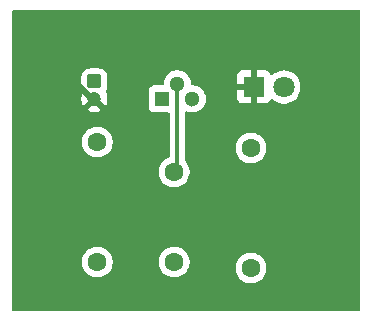
<source format=gbr>
%TF.GenerationSoftware,KiCad,Pcbnew,9.0.4*%
%TF.CreationDate,2025-12-02T16:43:16+05:30*%
%TF.ProjectId,Eg,45672e6b-6963-4616-945f-706362585858,rev?*%
%TF.SameCoordinates,Original*%
%TF.FileFunction,Copper,L2,Bot*%
%TF.FilePolarity,Positive*%
%FSLAX46Y46*%
G04 Gerber Fmt 4.6, Leading zero omitted, Abs format (unit mm)*
G04 Created by KiCad (PCBNEW 9.0.4) date 2025-12-02 16:43:16*
%MOMM*%
%LPD*%
G01*
G04 APERTURE LIST*
G04 Aperture macros list*
%AMRoundRect*
0 Rectangle with rounded corners*
0 $1 Rounding radius*
0 $2 $3 $4 $5 $6 $7 $8 $9 X,Y pos of 4 corners*
0 Add a 4 corners polygon primitive as box body*
4,1,4,$2,$3,$4,$5,$6,$7,$8,$9,$2,$3,0*
0 Add four circle primitives for the rounded corners*
1,1,$1+$1,$2,$3*
1,1,$1+$1,$4,$5*
1,1,$1+$1,$6,$7*
1,1,$1+$1,$8,$9*
0 Add four rect primitives between the rounded corners*
20,1,$1+$1,$2,$3,$4,$5,0*
20,1,$1+$1,$4,$5,$6,$7,0*
20,1,$1+$1,$6,$7,$8,$9,0*
20,1,$1+$1,$8,$9,$2,$3,0*%
G04 Aperture macros list end*
%TA.AperFunction,ComponentPad*%
%ADD10C,1.600000*%
%TD*%
%TA.AperFunction,ComponentPad*%
%ADD11R,1.300000X1.300000*%
%TD*%
%TA.AperFunction,ComponentPad*%
%ADD12C,1.300000*%
%TD*%
%TA.AperFunction,ComponentPad*%
%ADD13R,1.800000X1.800000*%
%TD*%
%TA.AperFunction,ComponentPad*%
%ADD14C,1.800000*%
%TD*%
%TA.AperFunction,ComponentPad*%
%ADD15RoundRect,0.250000X-0.350000X0.350000X-0.350000X-0.350000X0.350000X-0.350000X0.350000X0.350000X0*%
%TD*%
%TA.AperFunction,ComponentPad*%
%ADD16C,1.200000*%
%TD*%
%TA.AperFunction,Conductor*%
%ADD17C,0.300000*%
%TD*%
%TA.AperFunction,Conductor*%
%ADD18C,0.500000*%
%TD*%
G04 APERTURE END LIST*
D10*
%TO.P,R3,1*%
%TO.N,Net-(Q1-B1)*%
X156250000Y-102420000D03*
%TO.P,R3,2*%
%TO.N,Net-(D1-A)*%
X156250000Y-112580000D03*
%TD*%
%TO.P,R2,1*%
%TO.N,+5V*%
X143250000Y-112080000D03*
%TO.P,R2,2*%
%TO.N,Net-(Q1-B2)*%
X143250000Y-101920000D03*
%TD*%
%TO.P,R1,1*%
%TO.N,+5V*%
X149750000Y-112060000D03*
%TO.P,R1,2*%
%TO.N,Net-(Q1-E)*%
X149750000Y-104440000D03*
%TD*%
D11*
%TO.P,Q1,1,B2*%
%TO.N,Net-(Q1-B2)*%
X148750000Y-98250000D03*
D12*
%TO.P,Q1,2,E*%
%TO.N,Net-(Q1-E)*%
X150020000Y-96980000D03*
%TO.P,Q1,3,B1*%
%TO.N,Net-(Q1-B1)*%
X151290000Y-98250000D03*
%TD*%
D13*
%TO.P,D1,1,K*%
%TO.N,GND*%
X156500000Y-97250000D03*
D14*
%TO.P,D1,2,A*%
%TO.N,Net-(D1-A)*%
X159040000Y-97250000D03*
%TD*%
D15*
%TO.P,C1,1*%
%TO.N,Net-(Q1-E)*%
X143000000Y-96777401D03*
D16*
%TO.P,C1,2*%
%TO.N,GND*%
X143000000Y-98277401D03*
%TD*%
D17*
%TO.N,Net-(Q1-E)*%
X150020000Y-104170000D02*
X149750000Y-104440000D01*
X150020000Y-96980000D02*
X150020000Y-104170000D01*
D18*
%TO.N,GND*%
X155750000Y-93250000D02*
X156500000Y-94000000D01*
X141000000Y-93250000D02*
X155750000Y-93250000D01*
X140750000Y-93500000D02*
X141000000Y-93250000D01*
X140750000Y-96225693D02*
X140750000Y-93500000D01*
X156500000Y-94000000D02*
X156500000Y-97250000D01*
X142801708Y-98277401D02*
X140750000Y-96225693D01*
X143000000Y-98277401D02*
X142801708Y-98277401D01*
%TD*%
%TA.AperFunction,Conductor*%
%TO.N,GND*%
G36*
X165442539Y-90770185D02*
G01*
X165488294Y-90822989D01*
X165499500Y-90874500D01*
X165499500Y-116125500D01*
X165479815Y-116192539D01*
X165427011Y-116238294D01*
X165375500Y-116249500D01*
X136124500Y-116249500D01*
X136057461Y-116229815D01*
X136011706Y-116177011D01*
X136000500Y-116125500D01*
X136000500Y-111977648D01*
X141949500Y-111977648D01*
X141949500Y-112182351D01*
X141981522Y-112384534D01*
X142044781Y-112579223D01*
X142097328Y-112682351D01*
X142127522Y-112741610D01*
X142137715Y-112761613D01*
X142258028Y-112927213D01*
X142402786Y-113071971D01*
X142540858Y-113172284D01*
X142568390Y-113192287D01*
X142684607Y-113251503D01*
X142750776Y-113285218D01*
X142750778Y-113285218D01*
X142750781Y-113285220D01*
X142855137Y-113319127D01*
X142945465Y-113348477D01*
X143021375Y-113360500D01*
X143147648Y-113380500D01*
X143147649Y-113380500D01*
X143352351Y-113380500D01*
X143352352Y-113380500D01*
X143554534Y-113348477D01*
X143749219Y-113285220D01*
X143931610Y-113192287D01*
X144087231Y-113079223D01*
X144097213Y-113071971D01*
X144097215Y-113071968D01*
X144097219Y-113071966D01*
X144241966Y-112927219D01*
X144241968Y-112927215D01*
X144241971Y-112927213D01*
X144294732Y-112854590D01*
X144362287Y-112761610D01*
X144455220Y-112579219D01*
X144518477Y-112384534D01*
X144550500Y-112182352D01*
X144550500Y-111977648D01*
X144547332Y-111957648D01*
X148449500Y-111957648D01*
X148449500Y-112162351D01*
X148481522Y-112364534D01*
X148544781Y-112559223D01*
X148637715Y-112741613D01*
X148758028Y-112907213D01*
X148902786Y-113051971D01*
X149057749Y-113164556D01*
X149068390Y-113172287D01*
X149184607Y-113231503D01*
X149250776Y-113265218D01*
X149250778Y-113265218D01*
X149250781Y-113265220D01*
X149312329Y-113285218D01*
X149445465Y-113328477D01*
X149546557Y-113344488D01*
X149647648Y-113360500D01*
X149647649Y-113360500D01*
X149852351Y-113360500D01*
X149852352Y-113360500D01*
X150054534Y-113328477D01*
X150249219Y-113265220D01*
X150431610Y-113172287D01*
X150559703Y-113079223D01*
X150597213Y-113051971D01*
X150597215Y-113051968D01*
X150597219Y-113051966D01*
X150741966Y-112907219D01*
X150741968Y-112907215D01*
X150741971Y-112907213D01*
X150794732Y-112834590D01*
X150862287Y-112741610D01*
X150955220Y-112559219D01*
X150981724Y-112477648D01*
X154949500Y-112477648D01*
X154949500Y-112682351D01*
X154981522Y-112884534D01*
X155044781Y-113079223D01*
X155137715Y-113261613D01*
X155258028Y-113427213D01*
X155402786Y-113571971D01*
X155557749Y-113684556D01*
X155568390Y-113692287D01*
X155684607Y-113751503D01*
X155750776Y-113785218D01*
X155750778Y-113785218D01*
X155750781Y-113785220D01*
X155855137Y-113819127D01*
X155945465Y-113848477D01*
X156046557Y-113864488D01*
X156147648Y-113880500D01*
X156147649Y-113880500D01*
X156352351Y-113880500D01*
X156352352Y-113880500D01*
X156554534Y-113848477D01*
X156749219Y-113785220D01*
X156931610Y-113692287D01*
X157024590Y-113624732D01*
X157097213Y-113571971D01*
X157097215Y-113571968D01*
X157097219Y-113571966D01*
X157241966Y-113427219D01*
X157241968Y-113427215D01*
X157241971Y-113427213D01*
X157299175Y-113348477D01*
X157362287Y-113261610D01*
X157455220Y-113079219D01*
X157518477Y-112884534D01*
X157550500Y-112682352D01*
X157550500Y-112477648D01*
X157518477Y-112275466D01*
X157455220Y-112080781D01*
X157455218Y-112080778D01*
X157455218Y-112080776D01*
X157399879Y-111972169D01*
X157362287Y-111898390D01*
X157354556Y-111887749D01*
X157241971Y-111732786D01*
X157097213Y-111588028D01*
X156931613Y-111467715D01*
X156931612Y-111467714D01*
X156931610Y-111467713D01*
X156874653Y-111438691D01*
X156749223Y-111374781D01*
X156554534Y-111311522D01*
X156379995Y-111283878D01*
X156352352Y-111279500D01*
X156147648Y-111279500D01*
X156123329Y-111283351D01*
X155945465Y-111311522D01*
X155750776Y-111374781D01*
X155568386Y-111467715D01*
X155402786Y-111588028D01*
X155258028Y-111732786D01*
X155137715Y-111898386D01*
X155044781Y-112080776D01*
X154981522Y-112275465D01*
X154949500Y-112477648D01*
X150981724Y-112477648D01*
X151018477Y-112364534D01*
X151050500Y-112162352D01*
X151050500Y-111957648D01*
X151018477Y-111755466D01*
X150955220Y-111560781D01*
X150955218Y-111560778D01*
X150955218Y-111560776D01*
X150907799Y-111467713D01*
X150862287Y-111378390D01*
X150813705Y-111311522D01*
X150741971Y-111212786D01*
X150597213Y-111068028D01*
X150431613Y-110947715D01*
X150431612Y-110947714D01*
X150431610Y-110947713D01*
X150374653Y-110918691D01*
X150249223Y-110854781D01*
X150054534Y-110791522D01*
X149879995Y-110763878D01*
X149852352Y-110759500D01*
X149647648Y-110759500D01*
X149623329Y-110763351D01*
X149445465Y-110791522D01*
X149250776Y-110854781D01*
X149068386Y-110947715D01*
X148902786Y-111068028D01*
X148758028Y-111212786D01*
X148637715Y-111378386D01*
X148544781Y-111560776D01*
X148481522Y-111755465D01*
X148449500Y-111957648D01*
X144547332Y-111957648D01*
X144518477Y-111775466D01*
X144511978Y-111755465D01*
X144489127Y-111685137D01*
X144455220Y-111580781D01*
X144455218Y-111580778D01*
X144455218Y-111580776D01*
X144397610Y-111467715D01*
X144362287Y-111398390D01*
X144345134Y-111374781D01*
X144241971Y-111232786D01*
X144097213Y-111088028D01*
X143931613Y-110967715D01*
X143931612Y-110967714D01*
X143931610Y-110967713D01*
X143874653Y-110938691D01*
X143749223Y-110874781D01*
X143554534Y-110811522D01*
X143379995Y-110783878D01*
X143352352Y-110779500D01*
X143147648Y-110779500D01*
X143123329Y-110783351D01*
X142945465Y-110811522D01*
X142750776Y-110874781D01*
X142568386Y-110967715D01*
X142402786Y-111088028D01*
X142258028Y-111232786D01*
X142137715Y-111398386D01*
X142044781Y-111580776D01*
X141981522Y-111775465D01*
X141949500Y-111977648D01*
X136000500Y-111977648D01*
X136000500Y-101817648D01*
X141949500Y-101817648D01*
X141949500Y-102022351D01*
X141981522Y-102224534D01*
X142044781Y-102419223D01*
X142137715Y-102601613D01*
X142258028Y-102767213D01*
X142402786Y-102911971D01*
X142557749Y-103024556D01*
X142568390Y-103032287D01*
X142684607Y-103091503D01*
X142750776Y-103125218D01*
X142750778Y-103125218D01*
X142750781Y-103125220D01*
X142855137Y-103159127D01*
X142945465Y-103188477D01*
X143046557Y-103204488D01*
X143147648Y-103220500D01*
X143147649Y-103220500D01*
X143352351Y-103220500D01*
X143352352Y-103220500D01*
X143554534Y-103188477D01*
X143749219Y-103125220D01*
X143931610Y-103032287D01*
X144087231Y-102919223D01*
X144097213Y-102911971D01*
X144097215Y-102911968D01*
X144097219Y-102911966D01*
X144241966Y-102767219D01*
X144241968Y-102767215D01*
X144241971Y-102767213D01*
X144294732Y-102694590D01*
X144362287Y-102601610D01*
X144455220Y-102419219D01*
X144518477Y-102224534D01*
X144550500Y-102022352D01*
X144550500Y-101817648D01*
X144518477Y-101615466D01*
X144504609Y-101572786D01*
X144489127Y-101525137D01*
X144455220Y-101420781D01*
X144455218Y-101420778D01*
X144455218Y-101420776D01*
X144397610Y-101307715D01*
X144362287Y-101238390D01*
X144345134Y-101214781D01*
X144241971Y-101072786D01*
X144097213Y-100928028D01*
X143931613Y-100807715D01*
X143931612Y-100807714D01*
X143931610Y-100807713D01*
X143874653Y-100778691D01*
X143749223Y-100714781D01*
X143554534Y-100651522D01*
X143379995Y-100623878D01*
X143352352Y-100619500D01*
X143147648Y-100619500D01*
X143123329Y-100623351D01*
X142945465Y-100651522D01*
X142750776Y-100714781D01*
X142568386Y-100807715D01*
X142402786Y-100928028D01*
X142258028Y-101072786D01*
X142137715Y-101238386D01*
X142044781Y-101420776D01*
X141981522Y-101615465D01*
X141949500Y-101817648D01*
X136000500Y-101817648D01*
X136000500Y-99213690D01*
X142417261Y-99213690D01*
X142417262Y-99213691D01*
X142423471Y-99218202D01*
X142577742Y-99296809D01*
X142742415Y-99350315D01*
X142913429Y-99377401D01*
X143086571Y-99377401D01*
X143257584Y-99350315D01*
X143422257Y-99296809D01*
X143576525Y-99218204D01*
X143582736Y-99213690D01*
X143582737Y-99213690D01*
X143000001Y-98630954D01*
X143000000Y-98630954D01*
X142417261Y-99213690D01*
X136000500Y-99213690D01*
X136000500Y-96377384D01*
X141899500Y-96377384D01*
X141899500Y-97177402D01*
X141899501Y-97177420D01*
X141910000Y-97280197D01*
X141910001Y-97280200D01*
X141965185Y-97446732D01*
X141965189Y-97446741D01*
X142051000Y-97585863D01*
X142069440Y-97653255D01*
X142055946Y-97707254D01*
X141980591Y-97855143D01*
X141927085Y-98019816D01*
X141900000Y-98190829D01*
X141900000Y-98363972D01*
X141927085Y-98534985D01*
X141980592Y-98699660D01*
X142059196Y-98853926D01*
X142063709Y-98860137D01*
X142063709Y-98860138D01*
X142705145Y-98218701D01*
X142700000Y-98237905D01*
X142700000Y-98316897D01*
X142720444Y-98393197D01*
X142759940Y-98461606D01*
X142815795Y-98517461D01*
X142884204Y-98556957D01*
X142960504Y-98577401D01*
X143039496Y-98577401D01*
X143115796Y-98556957D01*
X143184205Y-98517461D01*
X143240060Y-98461606D01*
X143279556Y-98393197D01*
X143300000Y-98316897D01*
X143300000Y-98237905D01*
X143294854Y-98218702D01*
X143936289Y-98860137D01*
X143940803Y-98853926D01*
X144019408Y-98699658D01*
X144072914Y-98534985D01*
X144100000Y-98363972D01*
X144100000Y-98190829D01*
X144072914Y-98019816D01*
X144019407Y-97855141D01*
X143944054Y-97707255D01*
X143942103Y-97696871D01*
X143936228Y-97688090D01*
X143935765Y-97663125D01*
X143931157Y-97638586D01*
X143935096Y-97626945D01*
X143934935Y-97618232D01*
X143949000Y-97585862D01*
X143969803Y-97552135D01*
X147599500Y-97552135D01*
X147599500Y-98947870D01*
X147599501Y-98947876D01*
X147605908Y-99007483D01*
X147656202Y-99142328D01*
X147656206Y-99142335D01*
X147742452Y-99257544D01*
X147742455Y-99257547D01*
X147857664Y-99343793D01*
X147857671Y-99343797D01*
X147992517Y-99394091D01*
X147992516Y-99394091D01*
X147999444Y-99394835D01*
X148052127Y-99400500D01*
X149245500Y-99400499D01*
X149312539Y-99420184D01*
X149358294Y-99472987D01*
X149369500Y-99524499D01*
X149369500Y-103106114D01*
X149349815Y-103173153D01*
X149297011Y-103218908D01*
X149283821Y-103224044D01*
X149250779Y-103234780D01*
X149068386Y-103327715D01*
X148902786Y-103448028D01*
X148758028Y-103592786D01*
X148637715Y-103758386D01*
X148544781Y-103940776D01*
X148481522Y-104135465D01*
X148449500Y-104337648D01*
X148449500Y-104542351D01*
X148481522Y-104744534D01*
X148544781Y-104939223D01*
X148637715Y-105121613D01*
X148758028Y-105287213D01*
X148902786Y-105431971D01*
X149057749Y-105544556D01*
X149068390Y-105552287D01*
X149184607Y-105611503D01*
X149250776Y-105645218D01*
X149250778Y-105645218D01*
X149250781Y-105645220D01*
X149355137Y-105679127D01*
X149445465Y-105708477D01*
X149546557Y-105724488D01*
X149647648Y-105740500D01*
X149647649Y-105740500D01*
X149852351Y-105740500D01*
X149852352Y-105740500D01*
X150054534Y-105708477D01*
X150249219Y-105645220D01*
X150431610Y-105552287D01*
X150524590Y-105484732D01*
X150597213Y-105431971D01*
X150597215Y-105431968D01*
X150597219Y-105431966D01*
X150741966Y-105287219D01*
X150741968Y-105287215D01*
X150741971Y-105287213D01*
X150794732Y-105214590D01*
X150862287Y-105121610D01*
X150955220Y-104939219D01*
X151018477Y-104744534D01*
X151050500Y-104542352D01*
X151050500Y-104337648D01*
X151018477Y-104135466D01*
X150955220Y-103940781D01*
X150955218Y-103940778D01*
X150955218Y-103940776D01*
X150921503Y-103874607D01*
X150862287Y-103758390D01*
X150811493Y-103688477D01*
X150741971Y-103592786D01*
X150706819Y-103557634D01*
X150673334Y-103496311D01*
X150670500Y-103469953D01*
X150670500Y-102317648D01*
X154949500Y-102317648D01*
X154949500Y-102522351D01*
X154981522Y-102724534D01*
X155044781Y-102919223D01*
X155137715Y-103101613D01*
X155258028Y-103267213D01*
X155402786Y-103411971D01*
X155553288Y-103521315D01*
X155568390Y-103532287D01*
X155684607Y-103591503D01*
X155750776Y-103625218D01*
X155750778Y-103625218D01*
X155750781Y-103625220D01*
X155855137Y-103659127D01*
X155945465Y-103688477D01*
X156046557Y-103704488D01*
X156147648Y-103720500D01*
X156147649Y-103720500D01*
X156352351Y-103720500D01*
X156352352Y-103720500D01*
X156554534Y-103688477D01*
X156749219Y-103625220D01*
X156931610Y-103532287D01*
X157024590Y-103464732D01*
X157097213Y-103411971D01*
X157097215Y-103411968D01*
X157097219Y-103411966D01*
X157241966Y-103267219D01*
X157241968Y-103267215D01*
X157241971Y-103267213D01*
X157345133Y-103125220D01*
X157362287Y-103101610D01*
X157455220Y-102919219D01*
X157518477Y-102724534D01*
X157550500Y-102522352D01*
X157550500Y-102317648D01*
X157518477Y-102115466D01*
X157455220Y-101920781D01*
X157455218Y-101920778D01*
X157455218Y-101920776D01*
X157402671Y-101817648D01*
X157362287Y-101738390D01*
X157354556Y-101727749D01*
X157241971Y-101572786D01*
X157097213Y-101428028D01*
X156931613Y-101307715D01*
X156931612Y-101307714D01*
X156931610Y-101307713D01*
X156874653Y-101278691D01*
X156749223Y-101214781D01*
X156554534Y-101151522D01*
X156379995Y-101123878D01*
X156352352Y-101119500D01*
X156147648Y-101119500D01*
X156123329Y-101123351D01*
X155945465Y-101151522D01*
X155750776Y-101214781D01*
X155568386Y-101307715D01*
X155402786Y-101428028D01*
X155258028Y-101572786D01*
X155137715Y-101738386D01*
X155044781Y-101920776D01*
X154981522Y-102115465D01*
X154949500Y-102317648D01*
X150670500Y-102317648D01*
X150670500Y-99427936D01*
X150690185Y-99360897D01*
X150742989Y-99315142D01*
X150812147Y-99305198D01*
X150843525Y-99315148D01*
X150843858Y-99314346D01*
X150848363Y-99316212D01*
X150933251Y-99343793D01*
X151020591Y-99372171D01*
X151103429Y-99385291D01*
X151199449Y-99400500D01*
X151199454Y-99400500D01*
X151380551Y-99400500D01*
X151467259Y-99386765D01*
X151559409Y-99372171D01*
X151731639Y-99316211D01*
X151892994Y-99233996D01*
X152039501Y-99127553D01*
X152167553Y-98999501D01*
X152273996Y-98852994D01*
X152356211Y-98691639D01*
X152412171Y-98519409D01*
X152436790Y-98363972D01*
X152440500Y-98340551D01*
X152440500Y-98159448D01*
X152421159Y-98037341D01*
X152412171Y-97980591D01*
X152371411Y-97855143D01*
X152356212Y-97808363D01*
X152356211Y-97808360D01*
X152311246Y-97720113D01*
X152273996Y-97647006D01*
X152236980Y-97596057D01*
X152182831Y-97521526D01*
X152182829Y-97521524D01*
X152167554Y-97500500D01*
X152039499Y-97372445D01*
X152039494Y-97372441D01*
X151892997Y-97266006D01*
X151892996Y-97266005D01*
X151892994Y-97266004D01*
X151841300Y-97239664D01*
X151731639Y-97183788D01*
X151731636Y-97183787D01*
X151559410Y-97127829D01*
X151380551Y-97099500D01*
X151380546Y-97099500D01*
X151294500Y-97099500D01*
X151227461Y-97079815D01*
X151181706Y-97027011D01*
X151170500Y-96975500D01*
X151170500Y-96889448D01*
X151154019Y-96785397D01*
X151142171Y-96710591D01*
X151086211Y-96538361D01*
X151086211Y-96538360D01*
X151004193Y-96377393D01*
X151003996Y-96377006D01*
X151003993Y-96377002D01*
X151000167Y-96371735D01*
X151000166Y-96371734D01*
X150949614Y-96302155D01*
X155100000Y-96302155D01*
X155100000Y-97000000D01*
X156124722Y-97000000D01*
X156080667Y-97076306D01*
X156050000Y-97190756D01*
X156050000Y-97309244D01*
X156080667Y-97423694D01*
X156124722Y-97500000D01*
X155100000Y-97500000D01*
X155100000Y-98197844D01*
X155106401Y-98257372D01*
X155106403Y-98257379D01*
X155156645Y-98392086D01*
X155156649Y-98392093D01*
X155242809Y-98507187D01*
X155242812Y-98507190D01*
X155357906Y-98593350D01*
X155357913Y-98593354D01*
X155492620Y-98643596D01*
X155492627Y-98643598D01*
X155552155Y-98649999D01*
X155552172Y-98650000D01*
X156250000Y-98650000D01*
X156250000Y-97625277D01*
X156326306Y-97669333D01*
X156440756Y-97700000D01*
X156559244Y-97700000D01*
X156673694Y-97669333D01*
X156750000Y-97625277D01*
X156750000Y-98650000D01*
X157447828Y-98650000D01*
X157447844Y-98649999D01*
X157507372Y-98643598D01*
X157507379Y-98643596D01*
X157642086Y-98593354D01*
X157642093Y-98593350D01*
X157757187Y-98507190D01*
X157757190Y-98507187D01*
X157843350Y-98392093D01*
X157843354Y-98392086D01*
X157873213Y-98312031D01*
X157915084Y-98256097D01*
X157980548Y-98231680D01*
X158048821Y-98246531D01*
X158077076Y-98267683D01*
X158127636Y-98318243D01*
X158127641Y-98318247D01*
X158230802Y-98393197D01*
X158305978Y-98447815D01*
X158422501Y-98507187D01*
X158502393Y-98547895D01*
X158502396Y-98547896D01*
X158607221Y-98581955D01*
X158712049Y-98616015D01*
X158929778Y-98650500D01*
X158929779Y-98650500D01*
X159150221Y-98650500D01*
X159150222Y-98650500D01*
X159367951Y-98616015D01*
X159577606Y-98547895D01*
X159774022Y-98447815D01*
X159952365Y-98318242D01*
X160108242Y-98162365D01*
X160237815Y-97984022D01*
X160337895Y-97787606D01*
X160406015Y-97577951D01*
X160440500Y-97360222D01*
X160440500Y-97139778D01*
X160406015Y-96922049D01*
X160371955Y-96817221D01*
X160337896Y-96712396D01*
X160337895Y-96712393D01*
X160303237Y-96644375D01*
X160237815Y-96515978D01*
X160221260Y-96493192D01*
X160108247Y-96337641D01*
X160108243Y-96337636D01*
X159952363Y-96181756D01*
X159952358Y-96181752D01*
X159774025Y-96052187D01*
X159774024Y-96052186D01*
X159774022Y-96052185D01*
X159663762Y-95996004D01*
X159577606Y-95952104D01*
X159577603Y-95952103D01*
X159367952Y-95883985D01*
X159202809Y-95857829D01*
X159150222Y-95849500D01*
X158929778Y-95849500D01*
X158877191Y-95857829D01*
X158712047Y-95883985D01*
X158502396Y-95952103D01*
X158502393Y-95952104D01*
X158305974Y-96052187D01*
X158127641Y-96181752D01*
X158127636Y-96181756D01*
X158077075Y-96232317D01*
X158015752Y-96265801D01*
X157946060Y-96260816D01*
X157890127Y-96218945D01*
X157873213Y-96187968D01*
X157843354Y-96107913D01*
X157843350Y-96107906D01*
X157757190Y-95992812D01*
X157757187Y-95992809D01*
X157642093Y-95906649D01*
X157642086Y-95906645D01*
X157507379Y-95856403D01*
X157507372Y-95856401D01*
X157447844Y-95850000D01*
X156750000Y-95850000D01*
X156750000Y-96874722D01*
X156673694Y-96830667D01*
X156559244Y-96800000D01*
X156440756Y-96800000D01*
X156326306Y-96830667D01*
X156250000Y-96874722D01*
X156250000Y-95850000D01*
X155552155Y-95850000D01*
X155492627Y-95856401D01*
X155492620Y-95856403D01*
X155357913Y-95906645D01*
X155357906Y-95906649D01*
X155242812Y-95992809D01*
X155242809Y-95992812D01*
X155156649Y-96107906D01*
X155156645Y-96107913D01*
X155106403Y-96242620D01*
X155106401Y-96242627D01*
X155100000Y-96302155D01*
X150949614Y-96302155D01*
X150897558Y-96230505D01*
X150897554Y-96230500D01*
X150769499Y-96102445D01*
X150769494Y-96102441D01*
X150622997Y-95996006D01*
X150622996Y-95996005D01*
X150622994Y-95996004D01*
X150549866Y-95958743D01*
X150461639Y-95913788D01*
X150461636Y-95913787D01*
X150289410Y-95857829D01*
X150110551Y-95829500D01*
X150110546Y-95829500D01*
X149929454Y-95829500D01*
X149929449Y-95829500D01*
X149750589Y-95857829D01*
X149578363Y-95913787D01*
X149578360Y-95913788D01*
X149417002Y-95996006D01*
X149270505Y-96102441D01*
X149270500Y-96102445D01*
X149142445Y-96230500D01*
X149142441Y-96230505D01*
X149036006Y-96377002D01*
X148953788Y-96538360D01*
X148953787Y-96538363D01*
X148897829Y-96710589D01*
X148869500Y-96889448D01*
X148869500Y-96975500D01*
X148849815Y-97042539D01*
X148797011Y-97088294D01*
X148745500Y-97099500D01*
X148052129Y-97099500D01*
X148052123Y-97099501D01*
X147992516Y-97105908D01*
X147857671Y-97156202D01*
X147857664Y-97156206D01*
X147742455Y-97242452D01*
X147742452Y-97242455D01*
X147656206Y-97357664D01*
X147656202Y-97357671D01*
X147605908Y-97492517D01*
X147599501Y-97552116D01*
X147599500Y-97552135D01*
X143969803Y-97552135D01*
X144012009Y-97483709D01*
X144034810Y-97446741D01*
X144034814Y-97446735D01*
X144089999Y-97280198D01*
X144100500Y-97177410D01*
X144100499Y-96377393D01*
X144100459Y-96377006D01*
X144089999Y-96274604D01*
X144089998Y-96274601D01*
X144079403Y-96242627D01*
X144034814Y-96108067D01*
X143942712Y-95958745D01*
X143818656Y-95834689D01*
X143669334Y-95742587D01*
X143502797Y-95687402D01*
X143502795Y-95687401D01*
X143400010Y-95676901D01*
X142599998Y-95676901D01*
X142599980Y-95676902D01*
X142497203Y-95687401D01*
X142497200Y-95687402D01*
X142330668Y-95742586D01*
X142330663Y-95742588D01*
X142181342Y-95834690D01*
X142057289Y-95958743D01*
X141965187Y-96108064D01*
X141965186Y-96108067D01*
X141910001Y-96274604D01*
X141910001Y-96274605D01*
X141910000Y-96274605D01*
X141899500Y-96377384D01*
X136000500Y-96377384D01*
X136000500Y-90874500D01*
X136020185Y-90807461D01*
X136072989Y-90761706D01*
X136124500Y-90750500D01*
X165375500Y-90750500D01*
X165442539Y-90770185D01*
G37*
%TD.AperFunction*%
%TD*%
M02*

</source>
